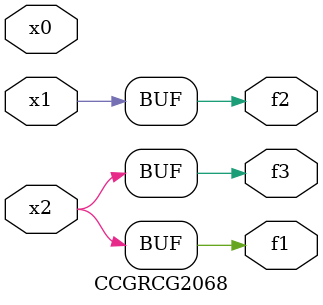
<source format=v>
module CCGRCG2068(
	input x0, x1, x2,
	output f1, f2, f3
);
	assign f1 = x2;
	assign f2 = x1;
	assign f3 = x2;
endmodule

</source>
